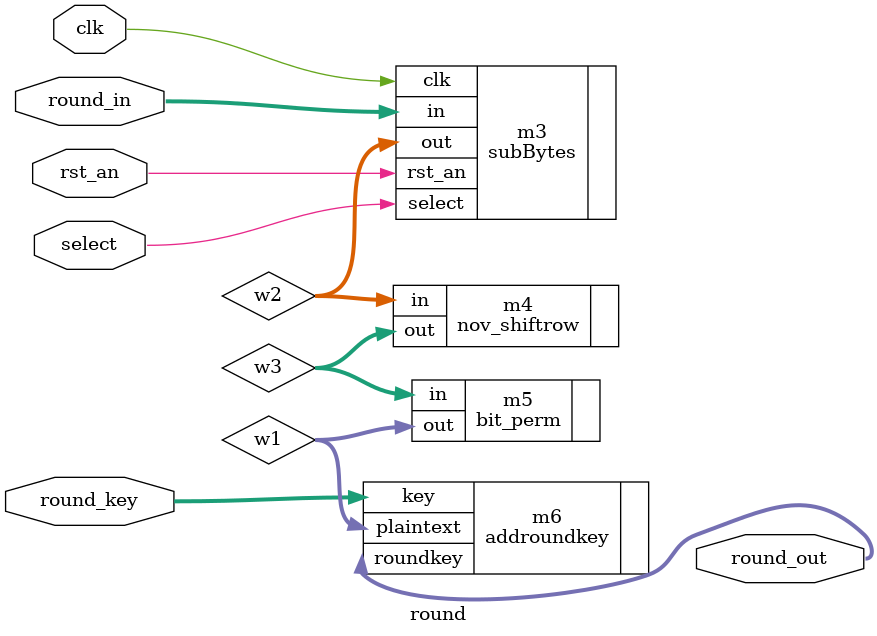
<source format=v>
module round(round_in, round_out,round_key,clk,rst_an,select);
input [127:0]round_in, round_key;
output [127:0]round_out;
wire [127:0]w1,w2,w3;
input clk,rst_an,select;

subBytes m3(.in(round_in),.out(w2),.clk(clk),.rst_an(rst_an),.select(select));
nov_shiftrow m4(.in(w2),.out(w3));
bit_perm m5(.in(w3),.out(w1));
addroundkey m6(.plaintext(w1),.key(round_key),.roundkey(round_out));

endmodule

</source>
